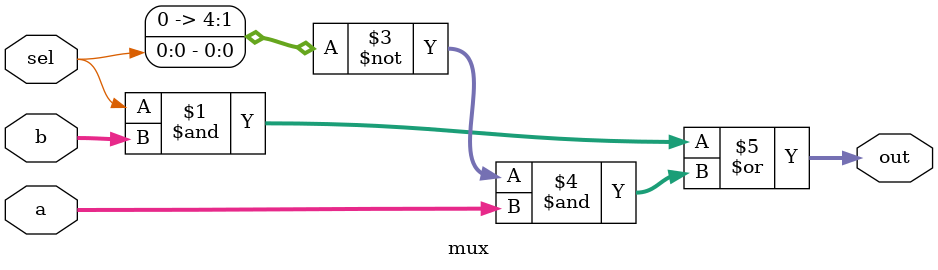
<source format=v>
module mux( 
input [4:0] a, b,
input sel,
output [4:0] out );
// When sel=0, assign a to out. 
// When sel=1, assign b to out. 
// When sel=x, no assignment is made...
//
// assign out = sel ? b : a;
assign out = (sel & b) | (~sel & a);
endmodule

</source>
